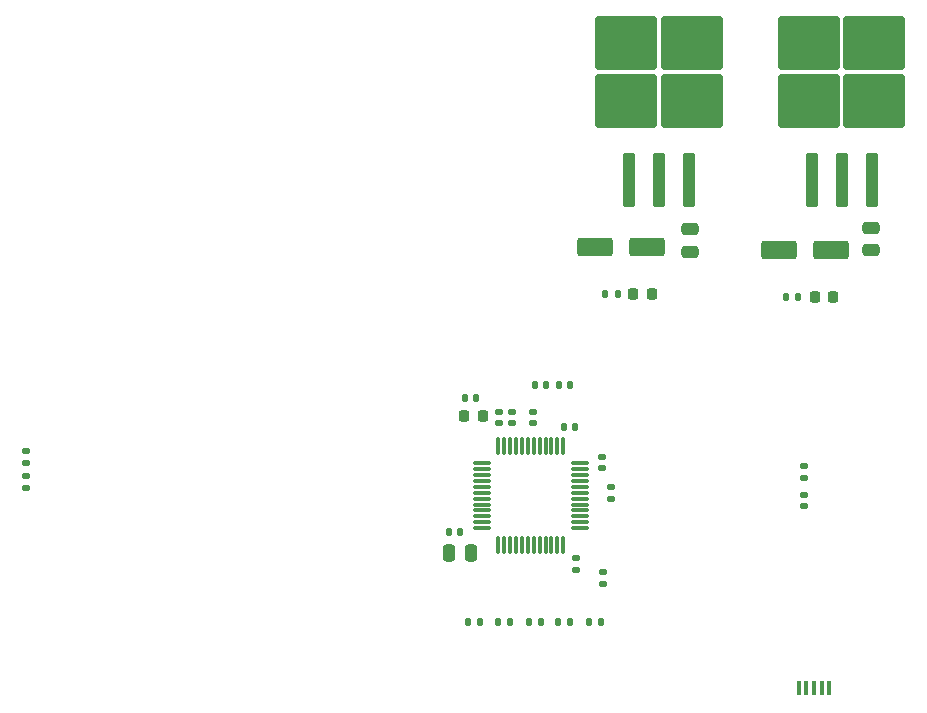
<source format=gbr>
%TF.GenerationSoftware,KiCad,Pcbnew,8.0.5*%
%TF.CreationDate,2025-01-03T15:42:35+07:00*%
%TF.ProjectId,Controller_Board,436f6e74-726f-46c6-9c65-725f426f6172,rev?*%
%TF.SameCoordinates,Original*%
%TF.FileFunction,Paste,Top*%
%TF.FilePolarity,Positive*%
%FSLAX46Y46*%
G04 Gerber Fmt 4.6, Leading zero omitted, Abs format (unit mm)*
G04 Created by KiCad (PCBNEW 8.0.5) date 2025-01-03 15:42:35*
%MOMM*%
%LPD*%
G01*
G04 APERTURE LIST*
G04 Aperture macros list*
%AMRoundRect*
0 Rectangle with rounded corners*
0 $1 Rounding radius*
0 $2 $3 $4 $5 $6 $7 $8 $9 X,Y pos of 4 corners*
0 Add a 4 corners polygon primitive as box body*
4,1,4,$2,$3,$4,$5,$6,$7,$8,$9,$2,$3,0*
0 Add four circle primitives for the rounded corners*
1,1,$1+$1,$2,$3*
1,1,$1+$1,$4,$5*
1,1,$1+$1,$6,$7*
1,1,$1+$1,$8,$9*
0 Add four rect primitives between the rounded corners*
20,1,$1+$1,$2,$3,$4,$5,0*
20,1,$1+$1,$4,$5,$6,$7,0*
20,1,$1+$1,$6,$7,$8,$9,0*
20,1,$1+$1,$8,$9,$2,$3,0*%
G04 Aperture macros list end*
%ADD10RoundRect,0.135000X0.185000X-0.135000X0.185000X0.135000X-0.185000X0.135000X-0.185000X-0.135000X0*%
%ADD11RoundRect,0.140000X-0.170000X0.140000X-0.170000X-0.140000X0.170000X-0.140000X0.170000X0.140000X0*%
%ADD12RoundRect,0.135000X-0.135000X-0.185000X0.135000X-0.185000X0.135000X0.185000X-0.135000X0.185000X0*%
%ADD13RoundRect,0.250000X1.250000X0.550000X-1.250000X0.550000X-1.250000X-0.550000X1.250000X-0.550000X0*%
%ADD14RoundRect,0.250000X0.300000X-2.050000X0.300000X2.050000X-0.300000X2.050000X-0.300000X-2.050000X0*%
%ADD15RoundRect,0.250000X2.375000X-2.025000X2.375000X2.025000X-2.375000X2.025000X-2.375000X-2.025000X0*%
%ADD16RoundRect,0.135000X-0.185000X0.135000X-0.185000X-0.135000X0.185000X-0.135000X0.185000X0.135000X0*%
%ADD17RoundRect,0.218750X-0.218750X-0.256250X0.218750X-0.256250X0.218750X0.256250X-0.218750X0.256250X0*%
%ADD18RoundRect,0.140000X-0.140000X-0.170000X0.140000X-0.170000X0.140000X0.170000X-0.140000X0.170000X0*%
%ADD19RoundRect,0.250000X0.250000X0.475000X-0.250000X0.475000X-0.250000X-0.475000X0.250000X-0.475000X0*%
%ADD20RoundRect,0.135000X0.135000X0.185000X-0.135000X0.185000X-0.135000X-0.185000X0.135000X-0.185000X0*%
%ADD21R,0.450000X1.300000*%
%ADD22RoundRect,0.140000X0.170000X-0.140000X0.170000X0.140000X-0.170000X0.140000X-0.170000X-0.140000X0*%
%ADD23RoundRect,0.250000X-0.475000X0.250000X-0.475000X-0.250000X0.475000X-0.250000X0.475000X0.250000X0*%
%ADD24RoundRect,0.140000X0.140000X0.170000X-0.140000X0.170000X-0.140000X-0.170000X0.140000X-0.170000X0*%
%ADD25RoundRect,0.075000X-0.075000X0.662500X-0.075000X-0.662500X0.075000X-0.662500X0.075000X0.662500X0*%
%ADD26RoundRect,0.075000X-0.662500X0.075000X-0.662500X-0.075000X0.662500X-0.075000X0.662500X0.075000X0*%
G04 APERTURE END LIST*
D10*
%TO.C,R2*%
X92600000Y-102700000D03*
X92600000Y-101680000D03*
%TD*%
D11*
%TO.C,C4*%
X141400000Y-102140000D03*
X141400000Y-103100000D03*
%TD*%
D12*
%TO.C,R8*%
X140260000Y-116100000D03*
X141280000Y-116100000D03*
%TD*%
D13*
%TO.C,Electrolytic1*%
X145200000Y-84400000D03*
X140800000Y-84400000D03*
%TD*%
D14*
%TO.C,U2*%
X143685000Y-78725000D03*
X146225000Y-78725000D03*
D15*
X143450000Y-72000000D03*
X149000000Y-72000000D03*
X143450000Y-67150000D03*
X149000000Y-67150000D03*
D14*
X148765000Y-78725000D03*
%TD*%
D16*
%TO.C,R4*%
X141500000Y-111890000D03*
X141500000Y-112910000D03*
%TD*%
D17*
%TO.C,D1*%
X144012500Y-88400000D03*
X145587500Y-88400000D03*
%TD*%
D18*
%TO.C,C5*%
X138120000Y-99637500D03*
X139080000Y-99637500D03*
%TD*%
D19*
%TO.C,C3*%
X130330000Y-110260000D03*
X128430000Y-110260000D03*
%TD*%
D14*
%TO.C,U3*%
X159125000Y-78725000D03*
X161665000Y-78725000D03*
D15*
X158890000Y-72000000D03*
X164440000Y-72000000D03*
X158890000Y-67150000D03*
X164440000Y-67150000D03*
D14*
X164205000Y-78725000D03*
%TD*%
D20*
%TO.C,R6*%
X157987500Y-88600000D03*
X156967500Y-88600000D03*
%TD*%
D11*
%TO.C,C14*%
X135500000Y-98340000D03*
X135500000Y-99300000D03*
%TD*%
D21*
%TO.C,J6*%
X158025000Y-121750000D03*
X158675000Y-121750000D03*
X159325000Y-121750000D03*
X159975000Y-121750000D03*
X160625000Y-121750000D03*
%TD*%
D12*
%TO.C,R9*%
X137660000Y-116100000D03*
X138680000Y-116100000D03*
%TD*%
D13*
%TO.C,Electrolytic2*%
X160800000Y-84600000D03*
X156400000Y-84600000D03*
%TD*%
D16*
%TO.C,R7*%
X158500000Y-102910000D03*
X158500000Y-103930000D03*
%TD*%
D17*
%TO.C,D2*%
X159400000Y-88600000D03*
X160975000Y-88600000D03*
%TD*%
D16*
%TO.C,R1*%
X142100000Y-104700000D03*
X142100000Y-105720000D03*
%TD*%
D17*
%TO.C,FB1*%
X129725000Y-98700000D03*
X131300000Y-98700000D03*
%TD*%
D12*
%TO.C,R10*%
X135160000Y-116100000D03*
X136180000Y-116100000D03*
%TD*%
D22*
%TO.C,C10*%
X132700000Y-99300000D03*
X132700000Y-98340000D03*
%TD*%
D23*
%TO.C,C2*%
X164190000Y-82750000D03*
X164190000Y-84650000D03*
%TD*%
D20*
%TO.C,R5*%
X142695000Y-88400000D03*
X141675000Y-88400000D03*
%TD*%
D18*
%TO.C,C11*%
X137700000Y-96100000D03*
X138660000Y-96100000D03*
%TD*%
D11*
%TO.C,C17*%
X158500000Y-105395000D03*
X158500000Y-106355000D03*
%TD*%
D24*
%TO.C,C6*%
X129360000Y-108510000D03*
X128400000Y-108510000D03*
%TD*%
D22*
%TO.C,C9*%
X133800000Y-99300000D03*
X133800000Y-98340000D03*
%TD*%
D18*
%TO.C,C13*%
X129740000Y-97200000D03*
X130700000Y-97200000D03*
%TD*%
D25*
%TO.C,U1*%
X138100000Y-101275000D03*
X137600000Y-101275000D03*
X137100000Y-101275000D03*
X136600000Y-101275000D03*
X136100000Y-101275000D03*
X135600000Y-101275000D03*
X135100000Y-101275000D03*
X134600000Y-101275000D03*
X134100000Y-101275000D03*
X133600000Y-101275000D03*
X133100000Y-101275000D03*
X132600000Y-101275000D03*
D26*
X131187500Y-102687500D03*
X131187500Y-103187500D03*
X131187500Y-103687500D03*
X131187500Y-104187500D03*
X131187500Y-104687500D03*
X131187500Y-105187500D03*
X131187500Y-105687500D03*
X131187500Y-106187500D03*
X131187500Y-106687500D03*
X131187500Y-107187500D03*
X131187500Y-107687500D03*
X131187500Y-108187500D03*
D25*
X132600000Y-109600000D03*
X133100000Y-109600000D03*
X133600000Y-109600000D03*
X134100000Y-109600000D03*
X134600000Y-109600000D03*
X135100000Y-109600000D03*
X135600000Y-109600000D03*
X136100000Y-109600000D03*
X136600000Y-109600000D03*
X137100000Y-109600000D03*
X137600000Y-109600000D03*
X138100000Y-109600000D03*
D26*
X139512500Y-108187500D03*
X139512500Y-107687500D03*
X139512500Y-107187500D03*
X139512500Y-106687500D03*
X139512500Y-106187500D03*
X139512500Y-105687500D03*
X139512500Y-105187500D03*
X139512500Y-104687500D03*
X139512500Y-104187500D03*
X139512500Y-103687500D03*
X139512500Y-103187500D03*
X139512500Y-102687500D03*
%TD*%
D24*
%TO.C,C12*%
X136660000Y-96100000D03*
X135700000Y-96100000D03*
%TD*%
D11*
%TO.C,C7*%
X139200000Y-110740000D03*
X139200000Y-111700000D03*
%TD*%
D12*
%TO.C,R11*%
X132560000Y-116100000D03*
X133580000Y-116100000D03*
%TD*%
%TO.C,R12*%
X130060000Y-116100000D03*
X131080000Y-116100000D03*
%TD*%
D16*
%TO.C,R3*%
X92600000Y-103780000D03*
X92600000Y-104800000D03*
%TD*%
D23*
%TO.C,C1*%
X148850000Y-82875000D03*
X148850000Y-84775000D03*
%TD*%
M02*

</source>
